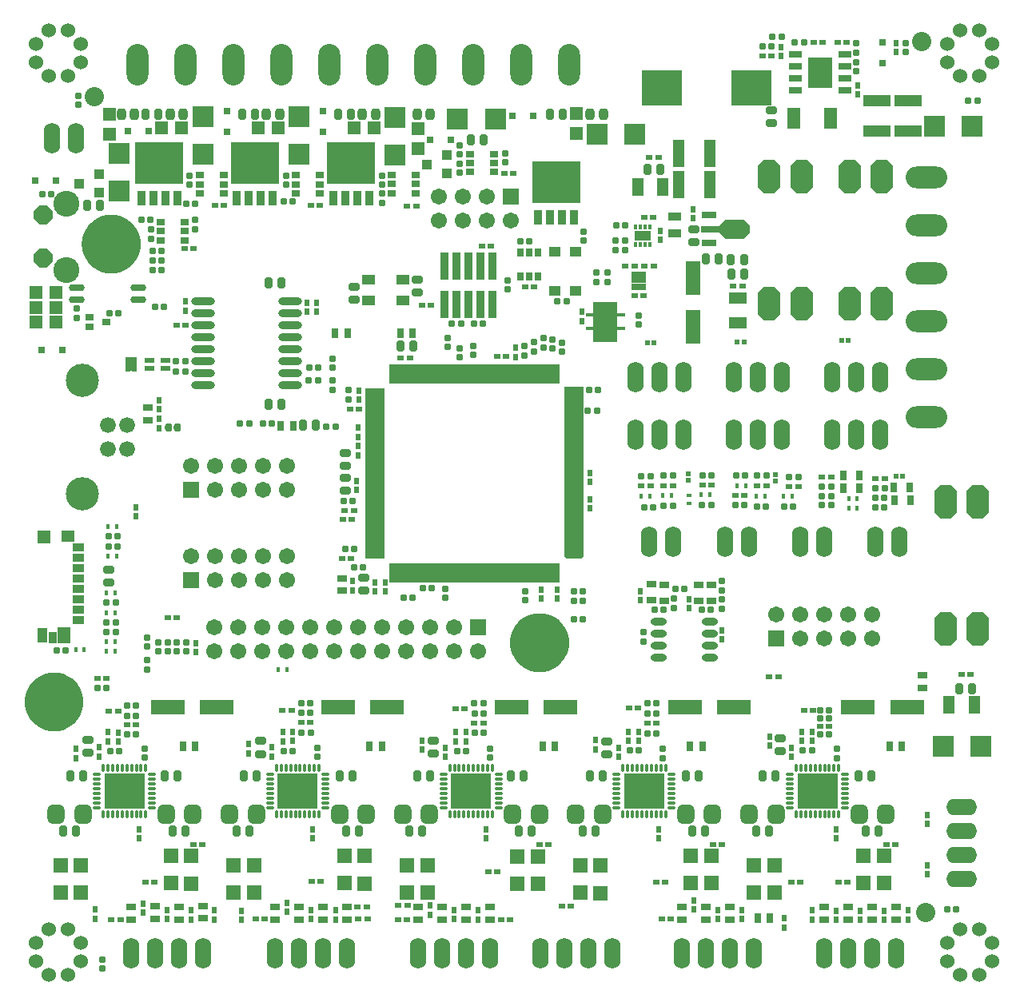
<source format=gts>
G04*
G04 #@! TF.GenerationSoftware,Altium Limited,Altium Designer,18.1.7 (191)*
G04*
G04 Layer_Color=8388736*
%FSLAX25Y25*%
%MOIN*%
G70*
G01*
G75*
%ADD110C,0.12205*%
%ADD111R,0.10400X0.16800*%
%ADD112R,0.06312X0.03162*%
%ADD113R,0.07887X0.03162*%
G04:AMPARAMS|DCode=114|XSize=26mil|YSize=28mil|CornerRadius=6.4mil|HoleSize=0mil|Usage=FLASHONLY|Rotation=270.000|XOffset=0mil|YOffset=0mil|HoleType=Round|Shape=RoundedRectangle|*
%AMROUNDEDRECTD114*
21,1,0.02600,0.01520,0,0,270.0*
21,1,0.01320,0.02800,0,0,270.0*
1,1,0.01280,-0.00760,-0.00660*
1,1,0.01280,-0.00760,0.00660*
1,1,0.01280,0.00760,0.00660*
1,1,0.01280,0.00760,-0.00660*
%
%ADD114ROUNDEDRECTD114*%
%ADD115O,0.01384X0.03747*%
%ADD116O,0.03747X0.01384*%
%ADD117R,0.16542X0.14573*%
%ADD118R,0.03600X0.06400*%
%ADD119R,0.20500X0.17800*%
%ADD120R,0.02054X0.02054*%
G04:AMPARAMS|DCode=121|XSize=26mil|YSize=28mil|CornerRadius=6.4mil|HoleSize=0mil|Usage=FLASHONLY|Rotation=180.000|XOffset=0mil|YOffset=0mil|HoleType=Round|Shape=RoundedRectangle|*
%AMROUNDEDRECTD121*
21,1,0.02600,0.01520,0,0,180.0*
21,1,0.01320,0.02800,0,0,180.0*
1,1,0.01280,-0.00660,0.00760*
1,1,0.01280,0.00660,0.00760*
1,1,0.01280,0.00660,-0.00760*
1,1,0.01280,-0.00660,-0.00760*
%
%ADD121ROUNDEDRECTD121*%
%ADD122R,0.02054X0.02054*%
%ADD123R,0.01975X0.01581*%
%ADD124R,0.04737X0.03556*%
%ADD125R,0.05524X0.04934*%
%ADD126R,0.05524X0.05328*%
%ADD127R,0.05524X0.06509*%
%ADD128R,0.03531X0.04737*%
%ADD129R,0.04343X0.06312*%
%ADD130R,0.08700X0.08700*%
%ADD131R,0.06312X0.14186*%
%ADD132R,0.04540X0.11430*%
%ADD133R,0.06699X0.03943*%
%ADD134R,0.01384X0.02368*%
G04:AMPARAMS|DCode=135|XSize=33.13mil|YSize=43.37mil|CornerRadius=7.83mil|HoleSize=0mil|Usage=FLASHONLY|Rotation=90.000|XOffset=0mil|YOffset=0mil|HoleType=Round|Shape=RoundedRectangle|*
%AMROUNDEDRECTD135*
21,1,0.03313,0.02772,0,0,90.0*
21,1,0.01748,0.04337,0,0,90.0*
1,1,0.01565,0.01386,0.00874*
1,1,0.01565,0.01386,-0.00874*
1,1,0.01565,-0.01386,-0.00874*
1,1,0.01565,-0.01386,0.00874*
%
%ADD135ROUNDEDRECTD135*%
G04:AMPARAMS|DCode=136|XSize=33.13mil|YSize=43.37mil|CornerRadius=7.83mil|HoleSize=0mil|Usage=FLASHONLY|Rotation=0.000|XOffset=0mil|YOffset=0mil|HoleType=Round|Shape=RoundedRectangle|*
%AMROUNDEDRECTD136*
21,1,0.03313,0.02772,0,0,0.0*
21,1,0.01748,0.04337,0,0,0.0*
1,1,0.01565,0.00874,-0.01386*
1,1,0.01565,-0.00874,-0.01386*
1,1,0.01565,-0.00874,0.01386*
1,1,0.01565,0.00874,0.01386*
%
%ADD136ROUNDEDRECTD136*%
%ADD137R,0.11430X0.04540*%
%ADD138R,0.03162X0.03950*%
%ADD139R,0.03950X0.03162*%
%ADD140R,0.03038X0.03865*%
%ADD141R,0.14186X0.06312*%
G04:AMPARAMS|DCode=142|XSize=71mil|YSize=79mil|CornerRadius=19.75mil|HoleSize=0mil|Usage=FLASHONLY|Rotation=0.000|XOffset=0mil|YOffset=0mil|HoleType=Round|Shape=RoundedRectangle|*
%AMROUNDEDRECTD142*
21,1,0.07100,0.03950,0,0,0.0*
21,1,0.03150,0.07900,0,0,0.0*
1,1,0.03950,0.01575,-0.01975*
1,1,0.03950,-0.01575,-0.01975*
1,1,0.03950,-0.01575,0.01975*
1,1,0.03950,0.01575,0.01975*
%
%ADD142ROUNDEDRECTD142*%
%ADD143R,0.05918X0.06312*%
%ADD144R,0.03865X0.03038*%
%ADD145R,0.02800X0.02800*%
%ADD146R,0.04400X0.04000*%
%ADD147R,0.02800X0.02800*%
%ADD148R,0.02762X0.03747*%
%ADD149R,0.03747X0.02762*%
%ADD150R,0.05131X0.07493*%
G04:AMPARAMS|DCode=151|XSize=80mil|YSize=80mil|CornerRadius=40mil|HoleSize=0mil|Usage=FLASHONLY|Rotation=270.000|XOffset=0mil|YOffset=0mil|HoleType=Round|Shape=RoundedRectangle|*
%AMROUNDEDRECTD151*
21,1,0.08000,0.00000,0,0,270.0*
21,1,0.00000,0.08000,0,0,270.0*
1,1,0.08000,0.00000,0.00000*
1,1,0.08000,0.00000,0.00000*
1,1,0.08000,0.00000,0.00000*
1,1,0.08000,0.00000,0.00000*
%
%ADD151ROUNDEDRECTD151*%
G04:AMPARAMS|DCode=152|XSize=80mil|YSize=80mil|CornerRadius=40mil|HoleSize=0mil|Usage=FLASHONLY|Rotation=0.000|XOffset=0mil|YOffset=0mil|HoleType=Round|Shape=RoundedRectangle|*
%AMROUNDEDRECTD152*
21,1,0.08000,0.00000,0,0,0.0*
21,1,0.00000,0.08000,0,0,0.0*
1,1,0.08000,0.00000,0.00000*
1,1,0.08000,0.00000,0.00000*
1,1,0.08000,0.00000,0.00000*
1,1,0.08000,0.00000,0.00000*
%
%ADD152ROUNDEDRECTD152*%
G04:AMPARAMS|DCode=153|XSize=37.13mil|YSize=47.37mil|CornerRadius=9.83mil|HoleSize=0mil|Usage=FLASHONLY|Rotation=0.000|XOffset=0mil|YOffset=0mil|HoleType=Round|Shape=RoundedRectangle|*
%AMROUNDEDRECTD153*
21,1,0.03713,0.02772,0,0,0.0*
21,1,0.01748,0.04737,0,0,0.0*
1,1,0.01965,0.00874,-0.01386*
1,1,0.01965,-0.00874,-0.01386*
1,1,0.01965,-0.00874,0.01386*
1,1,0.01965,0.00874,0.01386*
%
%ADD153ROUNDEDRECTD153*%
%ADD154R,0.07493X0.05131*%
%ADD155R,0.01581X0.01975*%
%ADD156R,0.05600X0.05600*%
%ADD157R,0.05600X0.05600*%
%ADD158R,0.08700X0.08700*%
%ADD159O,0.06706X0.03162*%
G04:AMPARAMS|DCode=160|XSize=30mil|YSize=32mil|CornerRadius=8.4mil|HoleSize=0mil|Usage=FLASHONLY|Rotation=180.000|XOffset=0mil|YOffset=0mil|HoleType=Round|Shape=RoundedRectangle|*
%AMROUNDEDRECTD160*
21,1,0.03000,0.01520,0,0,180.0*
21,1,0.01320,0.03200,0,0,180.0*
1,1,0.01680,-0.00660,0.00760*
1,1,0.01680,0.00660,0.00760*
1,1,0.01680,0.00660,-0.00760*
1,1,0.01680,-0.00660,-0.00760*
%
%ADD160ROUNDEDRECTD160*%
%ADD161R,0.03753X0.11824*%
%ADD162R,0.02126X0.02598*%
%ADD163R,0.06063X0.02451*%
%ADD164O,0.07887X0.01781*%
%ADD165O,0.01781X0.07887*%
%ADD166R,0.05524X0.04343*%
%ADD167O,0.09855X0.03162*%
%ADD168R,0.04737X0.04343*%
%ADD169R,0.03943X0.01975*%
%ADD170R,0.02080X0.01863*%
%ADD171R,0.08400X0.08400*%
%ADD172O,0.03550X0.01502*%
%ADD173O,0.01502X0.03550*%
%ADD174R,0.03550X0.02565*%
%ADD175O,0.06509X0.02965*%
%ADD176R,0.05400X0.08700*%
%ADD177R,0.16942X0.14580*%
%ADD178R,0.05721X0.02965*%
%ADD179R,0.10249X0.13005*%
%ADD180R,0.05321X0.03550*%
%ADD181C,0.06000*%
%ADD182R,0.02368X0.02565*%
%ADD183R,0.02565X0.02368*%
%ADD184O,0.06800X0.12800*%
%ADD185O,0.12800X0.06800*%
%ADD186C,0.06706*%
%ADD187R,0.06706X0.06706*%
G04:AMPARAMS|DCode=188|XSize=141mil|YSize=91mil|CornerRadius=0mil|HoleSize=0mil|Usage=FLASHONLY|Rotation=90.000|XOffset=0mil|YOffset=0mil|HoleType=Round|Shape=Octagon|*
%AMOCTAGOND188*
4,1,8,0.02275,0.07050,-0.02275,0.07050,-0.04550,0.04775,-0.04550,-0.04775,-0.02275,-0.07050,0.02275,-0.07050,0.04550,-0.04775,0.04550,0.04775,0.02275,0.07050,0.0*
%
%ADD188OCTAGOND188*%

%ADD189O,0.17300X0.09050*%
%ADD190O,0.09050X0.17300*%
%ADD191C,0.10800*%
%ADD192P,0.08443X8X292.5*%
%ADD193C,0.13850*%
%ADD194C,0.06600*%
%ADD195C,0.01000*%
G36*
X-44725Y184823D02*
X-44687Y184812D01*
X-44652Y184793D01*
X-44622Y184768D01*
X-42063Y182209D01*
X-42038Y182179D01*
X-42019Y182144D01*
X-42008Y182106D01*
X-42004Y182067D01*
Y179705D01*
X-42008Y179666D01*
X-42019Y179628D01*
X-42038Y179593D01*
X-42063Y179563D01*
X-44622Y177004D01*
X-44652Y176979D01*
X-44687Y176960D01*
X-44725Y176949D01*
X-44764Y176945D01*
X-52244D01*
X-52283Y176949D01*
X-52321Y176960D01*
X-52356Y176979D01*
X-52386Y177004D01*
X-54965Y179582D01*
X-54965Y179582D01*
X-54976Y179596D01*
X-54990Y179613D01*
X-55002Y179635D01*
X-55009Y179648D01*
X-55020Y179685D01*
X-55024Y179724D01*
X-55024Y179725D01*
Y182047D01*
X-55020Y182086D01*
X-55009Y182124D01*
X-54990Y182159D01*
X-54965Y182189D01*
X-52386Y184768D01*
X-52386Y184768D01*
X-52369Y184782D01*
X-52356Y184793D01*
X-52321Y184812D01*
X-52283Y184823D01*
X-52244Y184827D01*
X-44764D01*
X-44725Y184823D01*
D02*
G37*
G36*
X-297867Y121640D02*
X-302572D01*
X-302571Y121640D01*
X-302572D01*
Y127431D01*
X-297867D01*
Y121640D01*
D02*
G37*
G36*
X-121547Y116535D02*
X-192431Y116535D01*
X-192431Y124508D01*
X-121566D01*
X-121547Y116535D01*
D02*
G37*
G36*
X-111417Y44134D02*
X-113347D01*
X-119587Y44119D01*
X-119587Y115000D01*
X-111417Y115000D01*
Y44134D01*
D02*
G37*
G36*
X-194488Y43531D02*
X-202658Y43531D01*
Y114396D01*
X-194488Y114415D01*
X-194488Y43531D01*
D02*
G37*
G36*
X-121569Y41535D02*
X-121569Y33465D01*
X-192434D01*
X-192453Y41535D01*
X-121569Y41535D01*
D02*
G37*
G54D110*
X-326354Y-16183D02*
X-326437Y-15178D01*
X-326684Y-14201D01*
X-327089Y-13278D01*
X-327641Y-12434D01*
X-328323Y-11693D01*
X-329118Y-11074D01*
X-330005Y-10594D01*
X-330958Y-10267D01*
X-331952Y-10101D01*
X-332960D01*
X-333954Y-10267D01*
X-334908Y-10594D01*
X-335794Y-11074D01*
X-336589Y-11693D01*
X-337272Y-12434D01*
X-337823Y-13278D01*
X-338228Y-14201D01*
X-338475Y-15178D01*
X-338559Y-16183D01*
X-338475Y-17187D01*
X-338228Y-18164D01*
X-337823Y-19087D01*
X-337272Y-19931D01*
X-336589Y-20672D01*
X-335794Y-21291D01*
X-334908Y-21771D01*
X-333954Y-22098D01*
X-332960Y-22264D01*
X-331952D01*
X-330958Y-22098D01*
X-330005Y-21771D01*
X-329118Y-21291D01*
X-328323Y-20672D01*
X-327641Y-19931D01*
X-327089Y-19087D01*
X-326684Y-18164D01*
X-326437Y-17187D01*
X-326354Y-16183D01*
X-123898Y8552D02*
X-123981Y9556D01*
X-124228Y10533D01*
X-124633Y11456D01*
X-125184Y12300D01*
X-125867Y13042D01*
X-126662Y13661D01*
X-127549Y14140D01*
X-128502Y14468D01*
X-129496Y14633D01*
X-130504D01*
X-131498Y14468D01*
X-132451Y14140D01*
X-133338Y13661D01*
X-134133Y13042D01*
X-134816Y12300D01*
X-135367Y11456D01*
X-135772Y10533D01*
X-136019Y9556D01*
X-136102Y8552D01*
X-136019Y7547D01*
X-135772Y6571D01*
X-135367Y5647D01*
X-134816Y4804D01*
X-134133Y4062D01*
X-133338Y3443D01*
X-132451Y2963D01*
X-131498Y2636D01*
X-130504Y2470D01*
X-129496D01*
X-128502Y2636D01*
X-127549Y2963D01*
X-126662Y3443D01*
X-125867Y4062D01*
X-125184Y4804D01*
X-124633Y5647D01*
X-124228Y6571D01*
X-123981Y7547D01*
X-123898Y8552D01*
X-302498Y174752D02*
X-302581Y175756D01*
X-302828Y176733D01*
X-303233Y177656D01*
X-303784Y178500D01*
X-304467Y179242D01*
X-305262Y179861D01*
X-306149Y180340D01*
X-307102Y180667D01*
X-308096Y180833D01*
X-309104D01*
X-310098Y180667D01*
X-311051Y180340D01*
X-311938Y179861D01*
X-312733Y179242D01*
X-313416Y178500D01*
X-313967Y177656D01*
X-314372Y176733D01*
X-314619Y175756D01*
X-314702Y174752D01*
X-314619Y173748D01*
X-314372Y172771D01*
X-313967Y171847D01*
X-313416Y171004D01*
X-312733Y170262D01*
X-311938Y169643D01*
X-311051Y169164D01*
X-310098Y168836D01*
X-309104Y168670D01*
X-308096D01*
X-307102Y168836D01*
X-306149Y169164D01*
X-305262Y169643D01*
X-304467Y170262D01*
X-303784Y171004D01*
X-303233Y171847D01*
X-302828Y172771D01*
X-302581Y173748D01*
X-302498Y174752D01*
G54D111*
X-102391Y142303D02*
D03*
G54D112*
X-59134Y186791D02*
D03*
Y174980D02*
D03*
G54D113*
X-58346Y180886D02*
D03*
G54D114*
X-120400Y133590D02*
D03*
Y129800D02*
D03*
X-86639Y8894D02*
D03*
Y12684D02*
D03*
X-293484Y6643D02*
D03*
Y10433D02*
D03*
X-284933Y4752D02*
D03*
Y8542D02*
D03*
X-169311Y27175D02*
D03*
Y30965D02*
D03*
X-281067Y4752D02*
D03*
Y8542D02*
D03*
X-277200Y4752D02*
D03*
Y8542D02*
D03*
X-288800Y8552D02*
D03*
Y4762D02*
D03*
X-132100Y133700D02*
D03*
Y129910D02*
D03*
X-124500Y131100D02*
D03*
Y134890D02*
D03*
X-128200Y135400D02*
D03*
Y131610D02*
D03*
X-135807Y29932D02*
D03*
Y26142D02*
D03*
X-163071Y131113D02*
D03*
Y127323D02*
D03*
X-157625Y132139D02*
D03*
Y128349D02*
D03*
X-53817Y26422D02*
D03*
Y22633D02*
D03*
X-322100Y236452D02*
D03*
Y232662D02*
D03*
X-312000Y-127648D02*
D03*
Y-123858D02*
D03*
X22913Y258447D02*
D03*
Y254658D02*
D03*
X-136100Y128300D02*
D03*
Y132090D02*
D03*
X-275699Y199366D02*
D03*
Y203155D02*
D03*
X-209500Y109852D02*
D03*
Y113642D02*
D03*
X-216000Y123152D02*
D03*
Y126942D02*
D03*
Y117652D02*
D03*
Y113862D02*
D03*
X-273400Y180952D02*
D03*
Y184742D02*
D03*
X-291900Y180652D02*
D03*
Y176862D02*
D03*
X-106181Y158907D02*
D03*
Y162697D02*
D03*
X-195500Y195652D02*
D03*
Y191862D02*
D03*
X-88600Y141152D02*
D03*
Y144942D02*
D03*
X-163100Y212152D02*
D03*
Y215942D02*
D03*
X-163000Y208152D02*
D03*
Y204362D02*
D03*
X-144100Y208652D02*
D03*
Y212442D02*
D03*
X-235598Y199458D02*
D03*
Y203248D02*
D03*
X-195600Y199452D02*
D03*
Y203242D02*
D03*
X-111400Y179952D02*
D03*
Y176162D02*
D03*
X-101457Y158907D02*
D03*
Y162697D02*
D03*
X-143048Y159606D02*
D03*
Y155817D02*
D03*
X-168091Y135542D02*
D03*
Y131752D02*
D03*
X-73848Y26664D02*
D03*
Y22874D02*
D03*
X-78374Y-36013D02*
D03*
Y-39803D02*
D03*
X-53839Y34085D02*
D03*
Y30295D02*
D03*
X-5933Y-35915D02*
D03*
Y-39705D02*
D03*
X-294516Y-35718D02*
D03*
Y-39508D02*
D03*
X-222468Y-35521D02*
D03*
Y-39311D02*
D03*
X-150421Y-35797D02*
D03*
Y-39587D02*
D03*
X-293484Y-2707D02*
D03*
Y1083D02*
D03*
X-322933Y143931D02*
D03*
Y147720D02*
D03*
X2335Y246770D02*
D03*
Y250560D02*
D03*
Y254570D02*
D03*
Y258360D02*
D03*
X-98063Y176093D02*
D03*
Y172303D02*
D03*
X-94028Y172293D02*
D03*
Y176083D02*
D03*
G54D115*
X-311774Y-63051D02*
D03*
X-309805D02*
D03*
X-307837D02*
D03*
X-305869D02*
D03*
X-303900D02*
D03*
X-301932D02*
D03*
X-299963D02*
D03*
X-297994D02*
D03*
X-296026D02*
D03*
X-294057D02*
D03*
Y-43917D02*
D03*
X-296026D02*
D03*
X-297994D02*
D03*
X-299963D02*
D03*
X-301932D02*
D03*
X-303900D02*
D03*
X-305869D02*
D03*
X-307837D02*
D03*
X-309805D02*
D03*
X-311774D02*
D03*
X-95042D02*
D03*
X-93073D02*
D03*
X-91105D02*
D03*
X-89136D02*
D03*
X-87168D02*
D03*
X-85199D02*
D03*
X-83231D02*
D03*
X-81262D02*
D03*
X-79294D02*
D03*
X-77325D02*
D03*
Y-63051D02*
D03*
X-79294D02*
D03*
X-81262D02*
D03*
X-83231D02*
D03*
X-85199D02*
D03*
X-87168D02*
D03*
X-89136D02*
D03*
X-91105D02*
D03*
X-93073D02*
D03*
X-95042D02*
D03*
X-22798D02*
D03*
X-20829D02*
D03*
X-18861D02*
D03*
X-16892D02*
D03*
X-14924D02*
D03*
X-12955D02*
D03*
X-10987D02*
D03*
X-9018D02*
D03*
X-7050D02*
D03*
X-5081D02*
D03*
Y-43917D02*
D03*
X-7050D02*
D03*
X-9018D02*
D03*
X-10987D02*
D03*
X-12955D02*
D03*
X-14924D02*
D03*
X-16892D02*
D03*
X-18861D02*
D03*
X-20829D02*
D03*
X-22798D02*
D03*
X-239530D02*
D03*
X-237561D02*
D03*
X-235593D02*
D03*
X-233624D02*
D03*
X-231656D02*
D03*
X-229687D02*
D03*
X-227719D02*
D03*
X-225750D02*
D03*
X-223782D02*
D03*
X-221813D02*
D03*
Y-63051D02*
D03*
X-223782D02*
D03*
X-225750D02*
D03*
X-227719D02*
D03*
X-229687D02*
D03*
X-231656D02*
D03*
X-233624D02*
D03*
X-235593D02*
D03*
X-237561D02*
D03*
X-239530D02*
D03*
X-167286D02*
D03*
X-165317D02*
D03*
X-163349D02*
D03*
X-161380D02*
D03*
X-159412D02*
D03*
X-157443D02*
D03*
X-155475D02*
D03*
X-153506D02*
D03*
X-151538D02*
D03*
X-149569D02*
D03*
Y-43917D02*
D03*
X-151538D02*
D03*
X-153506D02*
D03*
X-155475D02*
D03*
X-157443D02*
D03*
X-159412D02*
D03*
X-161380D02*
D03*
X-163349D02*
D03*
X-165317D02*
D03*
X-167286D02*
D03*
G54D116*
X-291400Y-60374D02*
D03*
Y-58405D02*
D03*
Y-56437D02*
D03*
Y-54468D02*
D03*
Y-52500D02*
D03*
Y-50531D02*
D03*
Y-48563D02*
D03*
Y-46594D02*
D03*
X-314432D02*
D03*
Y-48563D02*
D03*
Y-50531D02*
D03*
Y-52500D02*
D03*
Y-54468D02*
D03*
Y-56437D02*
D03*
Y-58405D02*
D03*
Y-60374D02*
D03*
X-97699D02*
D03*
Y-58405D02*
D03*
Y-56437D02*
D03*
Y-54468D02*
D03*
Y-52500D02*
D03*
Y-50531D02*
D03*
Y-48563D02*
D03*
Y-46594D02*
D03*
X-74668D02*
D03*
Y-48563D02*
D03*
Y-50531D02*
D03*
Y-52500D02*
D03*
Y-54468D02*
D03*
Y-56437D02*
D03*
Y-58405D02*
D03*
Y-60374D02*
D03*
X-2424D02*
D03*
Y-58405D02*
D03*
Y-56437D02*
D03*
Y-54468D02*
D03*
Y-52500D02*
D03*
Y-50531D02*
D03*
Y-48563D02*
D03*
Y-46594D02*
D03*
X-25455D02*
D03*
Y-48563D02*
D03*
Y-50531D02*
D03*
Y-52500D02*
D03*
Y-54468D02*
D03*
Y-56437D02*
D03*
Y-58405D02*
D03*
Y-60374D02*
D03*
X-242187D02*
D03*
Y-58405D02*
D03*
Y-56437D02*
D03*
Y-54468D02*
D03*
Y-52500D02*
D03*
Y-50531D02*
D03*
Y-48563D02*
D03*
Y-46594D02*
D03*
X-219156D02*
D03*
Y-48563D02*
D03*
Y-50531D02*
D03*
Y-52500D02*
D03*
Y-54468D02*
D03*
Y-56437D02*
D03*
Y-58405D02*
D03*
Y-60374D02*
D03*
X-146912D02*
D03*
Y-58405D02*
D03*
Y-56437D02*
D03*
Y-54468D02*
D03*
Y-52500D02*
D03*
Y-50531D02*
D03*
Y-48563D02*
D03*
Y-46594D02*
D03*
X-169943D02*
D03*
Y-48563D02*
D03*
Y-50531D02*
D03*
Y-52500D02*
D03*
Y-54468D02*
D03*
Y-56437D02*
D03*
Y-58405D02*
D03*
Y-60374D02*
D03*
G54D117*
X-302916Y-53484D02*
D03*
X-86184D02*
D03*
X-13939D02*
D03*
X-230672D02*
D03*
X-158428D02*
D03*
G54D118*
X-130350Y185915D02*
D03*
X-125350D02*
D03*
X-120350D02*
D03*
X-115350D02*
D03*
X-200900Y193915D02*
D03*
X-205900D02*
D03*
X-210900D02*
D03*
X-215900D02*
D03*
X-256000D02*
D03*
X-251000D02*
D03*
X-246000D02*
D03*
X-241000D02*
D03*
X-280850D02*
D03*
X-285850D02*
D03*
X-290850D02*
D03*
X-295850D02*
D03*
G54D119*
X-122850Y200354D02*
D03*
X-208400Y208354D02*
D03*
X-248500D02*
D03*
X-288350D02*
D03*
G54D120*
X-47370Y133858D02*
D03*
X-44614D02*
D03*
X-84870Y133366D02*
D03*
X-82114D02*
D03*
X-1012Y134449D02*
D03*
X-3768D02*
D03*
X21654Y77953D02*
D03*
X18898D02*
D03*
G54D121*
X-207009Y47450D02*
D03*
X-210798D02*
D03*
X-9053Y-29744D02*
D03*
X-12843D02*
D03*
X-105500Y113652D02*
D03*
X-109290D02*
D03*
X-207700Y67500D02*
D03*
X-211490D02*
D03*
X-254700Y99652D02*
D03*
X-250910D02*
D03*
X-182765Y27106D02*
D03*
X-186555D02*
D03*
X-241500Y99652D02*
D03*
X-245290D02*
D03*
X-109676Y105118D02*
D03*
X-105886D02*
D03*
X-174793Y31240D02*
D03*
X-178583D02*
D03*
X-9053Y-23051D02*
D03*
X-12843D02*
D03*
X-115485Y25677D02*
D03*
X-111695D02*
D03*
X-111686Y29651D02*
D03*
X-115476D02*
D03*
X-115505Y18198D02*
D03*
X-111715D02*
D03*
X-333336Y195571D02*
D03*
X-337126D02*
D03*
X52758Y234315D02*
D03*
X48968D02*
D03*
X43800Y-102948D02*
D03*
X40010D02*
D03*
X-58194Y78140D02*
D03*
X-61984D02*
D03*
X-69448Y30774D02*
D03*
X-73238D02*
D03*
X-122400Y150652D02*
D03*
X-118610D02*
D03*
X-207195Y39665D02*
D03*
X-203405D02*
D03*
X-309500Y52700D02*
D03*
X-305710D02*
D03*
X-309500Y48600D02*
D03*
X-305710D02*
D03*
X-310399Y25000D02*
D03*
X-306609D02*
D03*
X-306600Y12800D02*
D03*
X-310390D02*
D03*
X-306600Y16800D02*
D03*
X-310390D02*
D03*
X-47905Y78111D02*
D03*
X-44115D02*
D03*
X-291186Y163846D02*
D03*
X-287396D02*
D03*
X-291184Y167952D02*
D03*
X-287395D02*
D03*
X-236644Y192618D02*
D03*
X-232854D02*
D03*
X-277297Y191344D02*
D03*
X-273507D02*
D03*
X-287367Y171942D02*
D03*
X-291157D02*
D03*
X-281400Y121552D02*
D03*
X-277610D02*
D03*
X-281400Y125952D02*
D03*
X-277610D02*
D03*
X-225900Y123252D02*
D03*
X-222110D02*
D03*
X-226000Y117752D02*
D03*
X-222210D02*
D03*
X-214900Y98552D02*
D03*
X-218690D02*
D03*
X-134000Y175852D02*
D03*
X-137790D02*
D03*
X-74273Y65433D02*
D03*
X-78063D02*
D03*
X-74252Y78012D02*
D03*
X-78042D02*
D03*
X-82425Y64855D02*
D03*
X-86214D02*
D03*
X-295800Y184852D02*
D03*
X-292010D02*
D03*
X-35364Y65298D02*
D03*
X-39154D02*
D03*
X-48258Y65650D02*
D03*
X-44469D02*
D03*
X-58206Y65767D02*
D03*
X-61996D02*
D03*
X-308900Y-36800D02*
D03*
X-305110D02*
D03*
X-298000Y-22100D02*
D03*
X-301790D02*
D03*
X-157000Y-17000D02*
D03*
X-153210D02*
D03*
X-229200Y-16900D02*
D03*
X-225410D02*
D03*
X-310529Y-10453D02*
D03*
X-314319D02*
D03*
X-331231Y5118D02*
D03*
X-327441D02*
D03*
X-301800Y-18000D02*
D03*
X-298010D02*
D03*
X-83627Y77806D02*
D03*
X-87417D02*
D03*
X-157200Y141552D02*
D03*
X-153410D02*
D03*
X-162600Y141452D02*
D03*
X-166390D02*
D03*
X-78048Y22122D02*
D03*
X-81838D02*
D03*
X-84800Y-17000D02*
D03*
X-81010D02*
D03*
X-81000Y-21200D02*
D03*
X-84790D02*
D03*
X-81000Y-29400D02*
D03*
X-84790D02*
D03*
X-92300Y-36600D02*
D03*
X-88510D02*
D03*
X-21948Y77468D02*
D03*
X-25738D02*
D03*
X-24058Y65300D02*
D03*
X-27848D02*
D03*
X-58533Y22146D02*
D03*
X-62323D02*
D03*
X-12853Y-19705D02*
D03*
X-9063D02*
D03*
X-12058Y69587D02*
D03*
X-8268D02*
D03*
X-8238Y73425D02*
D03*
X-12028D02*
D03*
X-12038Y65650D02*
D03*
X-8248D02*
D03*
X10206Y68701D02*
D03*
X13996D02*
D03*
X14006Y72638D02*
D03*
X10216D02*
D03*
X10206Y64665D02*
D03*
X13996D02*
D03*
X-20100Y-36600D02*
D03*
X-16310D02*
D03*
X-298000Y-30000D02*
D03*
X-301790D02*
D03*
X-225400Y-21000D02*
D03*
X-229190D02*
D03*
X-225300Y-29100D02*
D03*
X-229090D02*
D03*
X-236600Y-36700D02*
D03*
X-232810D02*
D03*
X-153200Y-21100D02*
D03*
X-156990D02*
D03*
X-153100Y-29200D02*
D03*
X-156890D02*
D03*
X-164300Y-36700D02*
D03*
X-160510D02*
D03*
X-305344Y145666D02*
D03*
X-309134D02*
D03*
X-290186Y148516D02*
D03*
X-286397D02*
D03*
X-35326Y78074D02*
D03*
X-39116D02*
D03*
X-23435Y258937D02*
D03*
X-19646D02*
D03*
X-28986Y261102D02*
D03*
X-32776D02*
D03*
X-33065Y257070D02*
D03*
X-36855D02*
D03*
X-97817Y182461D02*
D03*
X-94028D02*
D03*
G54D122*
X-31496Y78543D02*
D03*
Y75787D02*
D03*
X-67716Y78740D02*
D03*
Y75984D02*
D03*
G54D123*
X-67421Y66339D02*
D03*
Y69882D02*
D03*
G54D124*
X-322310Y48209D02*
D03*
Y43879D02*
D03*
Y39548D02*
D03*
Y35217D02*
D03*
Y30887D02*
D03*
Y26556D02*
D03*
Y22225D02*
D03*
Y17894D02*
D03*
G54D125*
X-326444Y52639D02*
D03*
G54D126*
X-336641Y52442D02*
D03*
G54D127*
X-328176Y11497D02*
D03*
G54D128*
X-332704Y10611D02*
D03*
G54D129*
X-337231Y11398D02*
D03*
G54D130*
X50636Y223799D02*
D03*
X34862D02*
D03*
X-164100Y226652D02*
D03*
X-148326D02*
D03*
X54132Y-34764D02*
D03*
X38358D02*
D03*
X-105800Y220552D02*
D03*
X-90026D02*
D03*
G54D131*
X-65800Y160588D02*
D03*
Y140116D02*
D03*
G54D132*
X-71780Y199488D02*
D03*
X-58984D02*
D03*
X-71780Y212579D02*
D03*
X-58984D02*
D03*
G54D133*
X-86941Y178130D02*
D03*
G54D134*
X-83988Y181870D02*
D03*
X-89894Y174390D02*
D03*
X-87925D02*
D03*
X-85957D02*
D03*
X-83988D02*
D03*
X-89894Y181870D02*
D03*
X-87925D02*
D03*
X-85957D02*
D03*
G54D135*
X-65630Y180709D02*
D03*
Y175354D02*
D03*
X-33295Y225059D02*
D03*
Y230413D02*
D03*
X-101833Y-38071D02*
D03*
Y-32717D02*
D03*
X-174035Y-37972D02*
D03*
Y-32618D02*
D03*
X-246287Y-38032D02*
D03*
Y-32677D02*
D03*
X-29358Y-31594D02*
D03*
Y-36949D02*
D03*
X-203200Y35577D02*
D03*
Y30223D02*
D03*
X-207213Y151437D02*
D03*
Y156791D02*
D03*
X-180702Y154421D02*
D03*
Y159776D02*
D03*
X-309600Y38877D02*
D03*
Y33523D02*
D03*
X-210900Y87377D02*
D03*
Y82023D02*
D03*
X-318236Y-37638D02*
D03*
Y-32283D02*
D03*
X-210900Y77277D02*
D03*
Y71923D02*
D03*
G54D136*
X-44646Y168287D02*
D03*
X-50000D02*
D03*
X-55079Y168386D02*
D03*
X-60433D02*
D03*
X-63394Y-47165D02*
D03*
X-68748D02*
D03*
X-180847Y-47303D02*
D03*
X-175492D02*
D03*
X-136366Y-47328D02*
D03*
X-141721D02*
D03*
X-178683Y-70236D02*
D03*
X-184038D02*
D03*
X-253189Y-47205D02*
D03*
X-247835D02*
D03*
X-207882Y-47165D02*
D03*
X-213236D02*
D03*
X-250894Y-70197D02*
D03*
X-256248D02*
D03*
X-210571Y-70236D02*
D03*
X-205217D02*
D03*
X11474Y-70236D02*
D03*
X6120D02*
D03*
X-39550D02*
D03*
X-34195D02*
D03*
X-237423Y107752D02*
D03*
X-242777D02*
D03*
Y158352D02*
D03*
X-237423D02*
D03*
X-84777Y205676D02*
D03*
X-79423D02*
D03*
X-182612Y132007D02*
D03*
X-187966D02*
D03*
X-223029Y99200D02*
D03*
X-228383D02*
D03*
X-44523Y162287D02*
D03*
X-49877D02*
D03*
X50658Y-10796D02*
D03*
X45303D02*
D03*
X-318377Y190952D02*
D03*
X-313023D02*
D03*
X-153023Y218052D02*
D03*
X-158377D02*
D03*
X-288723Y228952D02*
D03*
X-294077D02*
D03*
X-248523D02*
D03*
X-253877D02*
D03*
X-213777Y228952D02*
D03*
X-208423D02*
D03*
X-108701Y-47205D02*
D03*
X-103347D02*
D03*
X-106439Y-70236D02*
D03*
X-111794D02*
D03*
X-66124D02*
D03*
X-60770D02*
D03*
X8653Y-47264D02*
D03*
X3299D02*
D03*
X-36777Y-47300D02*
D03*
X-31423D02*
D03*
X-280697Y-47362D02*
D03*
X-286051D02*
D03*
X-325433Y-47205D02*
D03*
X-320079D02*
D03*
X-323138Y-70197D02*
D03*
X-328492D02*
D03*
X-282823D02*
D03*
X-277468D02*
D03*
X-138368Y-70236D02*
D03*
X-133014D02*
D03*
X-120223Y228951D02*
D03*
X-125577D02*
D03*
G54D137*
X10898Y234527D02*
D03*
Y221732D02*
D03*
X23988Y234527D02*
D03*
Y221732D02*
D03*
G54D138*
X24700Y67665D02*
D03*
X18007D02*
D03*
X17950Y73303D02*
D03*
X24643D02*
D03*
X3445Y72933D02*
D03*
X-3248D02*
D03*
X-3150Y78248D02*
D03*
X3543D02*
D03*
G54D139*
X-58048Y32446D02*
D03*
Y25754D02*
D03*
X-63348Y25754D02*
D03*
Y32447D02*
D03*
X-83248Y26028D02*
D03*
Y32720D02*
D03*
X-77848Y32620D02*
D03*
Y25927D02*
D03*
G54D140*
X-67114Y-34862D02*
D03*
X-61878D02*
D03*
X-200776Y-34961D02*
D03*
X-195539D02*
D03*
X-278630Y-34862D02*
D03*
X-273394D02*
D03*
X-182682Y137352D02*
D03*
X-187918D02*
D03*
X-38965Y-106417D02*
D03*
X-33728D02*
D03*
X-209895Y137345D02*
D03*
X-215131D02*
D03*
X16055Y-34862D02*
D03*
X21291D02*
D03*
X-128630Y-34961D02*
D03*
X-123394D02*
D03*
X-232658Y98859D02*
D03*
X-237894D02*
D03*
G54D141*
X-193335Y-18524D02*
D03*
X-213807D02*
D03*
X-48847D02*
D03*
X-69319D02*
D03*
X23398D02*
D03*
X2925D02*
D03*
X-264496D02*
D03*
X-284968D02*
D03*
X-121189D02*
D03*
X-141661D02*
D03*
G54D142*
X-186959Y-63248D02*
D03*
X-175761D02*
D03*
X-259169Y-63209D02*
D03*
X-247971D02*
D03*
X-202079Y-63189D02*
D03*
X-213277D02*
D03*
X-114715Y-63248D02*
D03*
X-103516D02*
D03*
X-57750D02*
D03*
X-68949D02*
D03*
X-42508Y-63287D02*
D03*
X-31309D02*
D03*
X14555Y-63189D02*
D03*
X3357D02*
D03*
X-331413Y-63209D02*
D03*
X-320215D02*
D03*
X-274421Y-63189D02*
D03*
X-285620D02*
D03*
X-129933Y-63287D02*
D03*
X-141131D02*
D03*
G54D143*
X-275028Y-92047D02*
D03*
Y-80630D02*
D03*
X-321063Y-84547D02*
D03*
Y-95965D02*
D03*
X-283563Y-80610D02*
D03*
Y-92028D02*
D03*
X-185039Y-95866D02*
D03*
Y-84449D02*
D03*
X-176476D02*
D03*
Y-95866D02*
D03*
X-130512Y-92126D02*
D03*
Y-80709D02*
D03*
X-139075D02*
D03*
Y-92126D02*
D03*
X-40551Y-95866D02*
D03*
Y-84449D02*
D03*
X-31988D02*
D03*
Y-95866D02*
D03*
X13878Y-92028D02*
D03*
Y-80610D02*
D03*
X5315D02*
D03*
Y-92028D02*
D03*
X-112857Y-96024D02*
D03*
Y-84606D02*
D03*
X-104331Y-84646D02*
D03*
Y-96063D02*
D03*
X-58268Y-92028D02*
D03*
Y-80610D02*
D03*
X-66831D02*
D03*
Y-92028D02*
D03*
X-257382Y-95965D02*
D03*
Y-84547D02*
D03*
X-248819D02*
D03*
Y-95965D02*
D03*
X-202783Y-92047D02*
D03*
Y-80630D02*
D03*
X-211319Y-80610D02*
D03*
Y-92028D02*
D03*
X-329555Y-95984D02*
D03*
Y-84567D02*
D03*
G54D144*
X-293154Y101075D02*
D03*
Y106311D02*
D03*
X-212205Y30059D02*
D03*
Y35295D02*
D03*
X19000Y-101912D02*
D03*
Y-107148D02*
D03*
X9000Y-101912D02*
D03*
Y-107148D02*
D03*
X-1000Y-101912D02*
D03*
Y-107148D02*
D03*
X-11000Y-101912D02*
D03*
Y-107148D02*
D03*
X-50500Y-101912D02*
D03*
Y-107148D02*
D03*
X-60500Y-101930D02*
D03*
Y-107166D02*
D03*
X-70500Y-101912D02*
D03*
Y-107148D02*
D03*
X-150500Y-101912D02*
D03*
Y-107148D02*
D03*
X-160500Y-101912D02*
D03*
Y-107148D02*
D03*
X-170500Y-101930D02*
D03*
Y-107166D02*
D03*
X-180500Y-101912D02*
D03*
Y-107148D02*
D03*
X-210000Y-101912D02*
D03*
Y-107148D02*
D03*
X-220000Y-101848D02*
D03*
Y-107084D02*
D03*
X-230200Y-101848D02*
D03*
Y-107084D02*
D03*
X-240000Y-101930D02*
D03*
Y-107166D02*
D03*
X29795Y-10512D02*
D03*
Y-5276D02*
D03*
X-280000Y-101948D02*
D03*
Y-107184D02*
D03*
X-270200Y-101430D02*
D03*
Y-106666D02*
D03*
X-290100Y-101548D02*
D03*
Y-106784D02*
D03*
X-300000Y-101930D02*
D03*
Y-107166D02*
D03*
G54D145*
X13013Y258747D02*
D03*
Y250016D02*
D03*
X-220300Y230152D02*
D03*
Y221421D02*
D03*
X-260100Y230152D02*
D03*
Y221421D02*
D03*
G54D146*
X-321900Y199852D02*
D03*
X-313563Y203652D02*
D03*
Y196112D02*
D03*
X-176800Y207852D02*
D03*
X-168463Y211652D02*
D03*
Y204112D02*
D03*
G54D147*
X-141300Y228052D02*
D03*
X-132569D02*
D03*
X-301400Y221952D02*
D03*
X-292669D02*
D03*
X-340140Y201278D02*
D03*
X-331409D02*
D03*
X-337631Y130452D02*
D03*
X-328900D02*
D03*
X-166727Y218038D02*
D03*
X-175458D02*
D03*
G54D148*
X-137840Y171103D02*
D03*
X-134100D02*
D03*
X-130360D02*
D03*
Y161064D02*
D03*
X-134100D02*
D03*
X-137840D02*
D03*
G54D149*
X-191400Y195912D02*
D03*
Y199652D02*
D03*
Y203392D02*
D03*
X-181361D02*
D03*
Y199652D02*
D03*
Y195912D02*
D03*
X-231465Y195846D02*
D03*
Y199587D02*
D03*
Y203327D02*
D03*
X-221425D02*
D03*
Y199587D02*
D03*
Y195846D02*
D03*
X-271622D02*
D03*
Y199587D02*
D03*
Y203327D02*
D03*
X-261583D02*
D03*
Y199587D02*
D03*
Y195846D02*
D03*
X-287792Y176299D02*
D03*
Y180039D02*
D03*
Y183779D02*
D03*
X-277753D02*
D03*
Y180039D02*
D03*
Y176299D02*
D03*
X-158720Y204812D02*
D03*
Y208552D02*
D03*
Y212292D02*
D03*
X-148680D02*
D03*
Y208552D02*
D03*
Y204812D02*
D03*
G54D150*
X-78483Y198552D02*
D03*
X-88916D02*
D03*
X51397Y-17596D02*
D03*
X40964D02*
D03*
G54D151*
X29500Y259252D02*
D03*
X-315500Y236052D02*
D03*
G54D152*
X31100Y-104148D02*
D03*
G54D153*
X-304177Y228952D02*
D03*
X-298822D02*
D03*
X-180977Y228952D02*
D03*
X-175623D02*
D03*
X-278623Y228952D02*
D03*
X-283978D02*
D03*
X-243677Y228952D02*
D03*
X-238323D02*
D03*
X-198323Y228951D02*
D03*
X-203678D02*
D03*
X-103323D02*
D03*
X-108677D02*
D03*
G54D154*
X-47200Y141641D02*
D03*
Y152074D02*
D03*
G54D155*
X-58803Y69975D02*
D03*
X-62347D02*
D03*
X-43961Y73826D02*
D03*
X-47504D02*
D03*
X-35953Y69621D02*
D03*
X-39496D02*
D03*
X-78337Y69748D02*
D03*
X-74794D02*
D03*
X-83797Y69369D02*
D03*
X-87340D02*
D03*
X-306128Y44493D02*
D03*
X-309672D02*
D03*
X-310472Y29000D02*
D03*
X-306928D02*
D03*
Y4729D02*
D03*
X-310472D02*
D03*
Y20900D02*
D03*
X-306928D02*
D03*
Y8800D02*
D03*
X-310472D02*
D03*
X-28034Y69311D02*
D03*
X-24490D02*
D03*
X-235228Y-2948D02*
D03*
X-238772D02*
D03*
X2559Y64370D02*
D03*
X-984D02*
D03*
Y68504D02*
D03*
X2559D02*
D03*
X-319750Y5305D02*
D03*
X-323293D02*
D03*
X-309672Y56700D02*
D03*
X-306128D02*
D03*
G54D156*
X-331399Y142128D02*
D03*
X-339733D02*
D03*
Y148228D02*
D03*
X-331399D02*
D03*
X-207300Y223152D02*
D03*
X-198966D02*
D03*
X-238866D02*
D03*
X-247200D02*
D03*
X-287400D02*
D03*
X-279066D02*
D03*
X-339733Y154328D02*
D03*
X-331399D02*
D03*
G54D157*
X-114400Y228986D02*
D03*
Y220652D02*
D03*
X-309200Y220618D02*
D03*
Y228952D02*
D03*
X-180524Y214450D02*
D03*
Y222783D02*
D03*
G54D158*
X-190200Y227626D02*
D03*
Y211852D02*
D03*
X-230200Y212052D02*
D03*
Y227826D02*
D03*
X-270100D02*
D03*
Y212052D02*
D03*
X-305200Y196678D02*
D03*
Y212452D02*
D03*
G54D159*
X-58886Y2028D02*
D03*
Y7028D02*
D03*
Y12027D02*
D03*
Y17028D02*
D03*
X-80146Y2028D02*
D03*
Y7028D02*
D03*
Y12027D02*
D03*
Y17028D02*
D03*
G54D160*
X-280682Y98028D02*
D03*
X-284472D02*
D03*
G54D161*
X-169600Y149360D02*
D03*
Y165344D02*
D03*
X-164600Y149360D02*
D03*
Y165344D02*
D03*
X-159600Y149360D02*
D03*
Y165344D02*
D03*
X-154600Y149360D02*
D03*
Y165344D02*
D03*
X-149600Y149360D02*
D03*
Y165344D02*
D03*
G54D162*
X-90404Y156753D02*
D03*
X-88435D02*
D03*
X-86467D02*
D03*
Y161871D02*
D03*
X-88435D02*
D03*
X-90404D02*
D03*
G54D163*
X-88435Y159312D02*
D03*
G54D164*
X-115465Y113411D02*
D03*
Y111442D02*
D03*
Y109474D02*
D03*
Y107505D02*
D03*
Y105537D02*
D03*
Y103568D02*
D03*
Y101600D02*
D03*
Y99631D02*
D03*
Y97663D02*
D03*
Y95694D02*
D03*
Y93726D02*
D03*
Y91757D02*
D03*
Y89789D02*
D03*
Y87820D02*
D03*
Y85852D02*
D03*
Y83883D02*
D03*
Y81915D02*
D03*
Y79946D02*
D03*
Y77978D02*
D03*
Y76009D02*
D03*
Y74041D02*
D03*
Y72072D02*
D03*
Y70104D02*
D03*
Y68135D02*
D03*
Y66167D02*
D03*
Y64198D02*
D03*
Y62230D02*
D03*
Y60261D02*
D03*
Y58293D02*
D03*
Y56324D02*
D03*
Y54356D02*
D03*
Y52387D02*
D03*
Y50419D02*
D03*
Y48450D02*
D03*
Y46482D02*
D03*
Y44513D02*
D03*
X-198535D02*
D03*
Y46482D02*
D03*
Y48450D02*
D03*
Y50419D02*
D03*
Y52387D02*
D03*
Y54356D02*
D03*
Y56324D02*
D03*
Y58293D02*
D03*
Y60261D02*
D03*
Y62230D02*
D03*
Y64198D02*
D03*
Y66167D02*
D03*
Y68135D02*
D03*
Y70104D02*
D03*
Y72072D02*
D03*
Y74041D02*
D03*
Y76009D02*
D03*
Y77978D02*
D03*
Y79946D02*
D03*
Y81915D02*
D03*
Y83883D02*
D03*
Y85852D02*
D03*
Y87820D02*
D03*
Y89789D02*
D03*
Y91757D02*
D03*
Y93726D02*
D03*
Y95694D02*
D03*
Y97663D02*
D03*
Y99631D02*
D03*
Y101600D02*
D03*
Y103568D02*
D03*
Y105537D02*
D03*
Y107505D02*
D03*
Y109474D02*
D03*
Y111442D02*
D03*
Y113411D02*
D03*
G54D165*
X-122551Y37427D02*
D03*
X-124520D02*
D03*
X-126488D02*
D03*
X-128457D02*
D03*
X-130425D02*
D03*
X-132394D02*
D03*
X-134362D02*
D03*
X-136331D02*
D03*
X-138299D02*
D03*
X-140268D02*
D03*
X-142236D02*
D03*
X-144205D02*
D03*
X-146173D02*
D03*
X-148142D02*
D03*
X-150110D02*
D03*
X-152079D02*
D03*
X-154047D02*
D03*
X-156016D02*
D03*
X-157984D02*
D03*
X-159953D02*
D03*
X-161921D02*
D03*
X-163890D02*
D03*
X-165858D02*
D03*
X-167827D02*
D03*
X-169795D02*
D03*
X-171764D02*
D03*
X-173732D02*
D03*
X-175701D02*
D03*
X-177669D02*
D03*
X-179638D02*
D03*
X-181606D02*
D03*
X-183575D02*
D03*
X-185543D02*
D03*
X-187512D02*
D03*
X-189480D02*
D03*
X-191449D02*
D03*
Y120498D02*
D03*
X-189480D02*
D03*
X-187512D02*
D03*
X-185543D02*
D03*
X-183575D02*
D03*
X-181606D02*
D03*
X-179638D02*
D03*
X-177669D02*
D03*
X-175701D02*
D03*
X-173732D02*
D03*
X-171764D02*
D03*
X-169795D02*
D03*
X-167827D02*
D03*
X-165858D02*
D03*
X-163890D02*
D03*
X-161921D02*
D03*
X-159953D02*
D03*
X-157984D02*
D03*
X-156016D02*
D03*
X-154047D02*
D03*
X-152079D02*
D03*
X-150110D02*
D03*
X-148142D02*
D03*
X-146173D02*
D03*
X-144205D02*
D03*
X-142236D02*
D03*
X-140268D02*
D03*
X-138299D02*
D03*
X-136331D02*
D03*
X-134362D02*
D03*
X-132394D02*
D03*
X-130425D02*
D03*
X-128457D02*
D03*
X-126488D02*
D03*
X-124520D02*
D03*
X-122551D02*
D03*
G54D166*
X-201286Y159929D02*
D03*
X-186719D02*
D03*
Y151268D02*
D03*
X-201286D02*
D03*
G54D167*
X-233988Y115852D02*
D03*
Y120852D02*
D03*
Y125852D02*
D03*
Y130852D02*
D03*
Y135852D02*
D03*
Y140852D02*
D03*
Y145852D02*
D03*
Y150852D02*
D03*
X-270012Y115852D02*
D03*
Y120852D02*
D03*
Y125852D02*
D03*
Y130852D02*
D03*
Y135852D02*
D03*
Y140852D02*
D03*
Y145852D02*
D03*
Y150852D02*
D03*
G54D168*
X-123631Y171423D02*
D03*
X-114969Y155281D02*
D03*
Y171423D02*
D03*
X-123631Y155281D02*
D03*
G54D169*
X-285753Y126108D02*
D03*
X-292446D02*
D03*
Y122958D02*
D03*
X-285753D02*
D03*
G54D170*
X-301529Y126502D02*
D03*
X-298873D02*
D03*
X-301529Y124533D02*
D03*
Y122564D02*
D03*
X-298873Y124533D02*
D03*
Y122564D02*
D03*
G54D171*
X-102291Y142303D02*
D03*
G54D172*
X-108689Y139350D02*
D03*
Y145256D02*
D03*
X-95894D02*
D03*
Y139350D02*
D03*
G54D173*
X-106228Y148701D02*
D03*
X-104260D02*
D03*
X-102291D02*
D03*
X-100323D02*
D03*
X-98354D02*
D03*
Y135905D02*
D03*
X-100323D02*
D03*
X-102291D02*
D03*
X-104260D02*
D03*
X-106228D02*
D03*
G54D174*
X-317539Y144026D02*
D03*
Y140088D02*
D03*
X-310452Y142057D02*
D03*
G54D175*
X-297158Y151613D02*
D03*
Y156613D02*
D03*
X-322945Y151613D02*
D03*
Y156613D02*
D03*
G54D176*
X-8365Y227170D02*
D03*
X-23965D02*
D03*
G54D177*
X-41563Y239941D02*
D03*
X-78965D02*
D03*
G54D178*
X-2431Y238770D02*
D03*
Y243770D02*
D03*
Y248770D02*
D03*
Y253770D02*
D03*
X-23100Y238770D02*
D03*
Y243770D02*
D03*
Y248770D02*
D03*
Y253770D02*
D03*
G54D179*
X-12765Y246270D02*
D03*
G54D180*
X-73405Y186201D02*
D03*
Y179114D02*
D03*
G54D181*
X-321051Y-124685D02*
D03*
Y-116811D02*
D03*
X-326563Y-111299D02*
D03*
X-334437D02*
D03*
X-339949Y-116811D02*
D03*
Y-124685D02*
D03*
X-334437Y-130197D02*
D03*
X-326563D02*
D03*
X-321051Y250315D02*
D03*
Y258189D02*
D03*
X-326563Y263701D02*
D03*
X-334437D02*
D03*
X-339949Y258189D02*
D03*
Y250315D02*
D03*
X-334437Y244803D02*
D03*
X-326563D02*
D03*
X58949Y250315D02*
D03*
Y258189D02*
D03*
X53437Y263701D02*
D03*
X45563D02*
D03*
X40051Y258189D02*
D03*
Y250315D02*
D03*
X45563Y244803D02*
D03*
X53437D02*
D03*
X58949Y-124685D02*
D03*
Y-116811D02*
D03*
X53437Y-111299D02*
D03*
X45563D02*
D03*
X40051Y-116811D02*
D03*
Y-124685D02*
D03*
X45563Y-130197D02*
D03*
X53437D02*
D03*
G54D182*
X-160600Y-32770D02*
D03*
Y-29000D02*
D03*
X-164800Y-32800D02*
D03*
Y-29030D02*
D03*
X-178768Y-32402D02*
D03*
Y-36172D02*
D03*
X-169122Y-35521D02*
D03*
Y-39291D02*
D03*
X-152291Y-69410D02*
D03*
Y-73180D02*
D03*
X-232800Y-28900D02*
D03*
Y-32670D02*
D03*
X-236900Y-28930D02*
D03*
Y-32700D02*
D03*
X-251110Y-37747D02*
D03*
Y-33977D02*
D03*
X-241358Y-39035D02*
D03*
Y-35265D02*
D03*
X-224500Y-73200D02*
D03*
Y-69430D02*
D03*
X31800Y-84448D02*
D03*
Y-88218D02*
D03*
Y-67218D02*
D03*
Y-63448D02*
D03*
X18913Y254647D02*
D03*
Y258417D02*
D03*
X-6130Y-69410D02*
D03*
Y-73180D02*
D03*
X-53946Y13441D02*
D03*
Y9671D02*
D03*
X-87848Y26004D02*
D03*
Y29774D02*
D03*
X-205300Y113552D02*
D03*
Y109782D02*
D03*
X-198368Y33619D02*
D03*
Y29849D02*
D03*
X-277500Y150722D02*
D03*
Y146952D02*
D03*
X-226900Y146452D02*
D03*
Y150222D02*
D03*
X-206100Y75770D02*
D03*
Y72000D02*
D03*
X-205600Y90400D02*
D03*
Y86630D02*
D03*
X-108792Y75352D02*
D03*
Y79122D02*
D03*
X-122600Y26800D02*
D03*
Y30570D02*
D03*
X-205600Y94200D02*
D03*
Y97970D02*
D03*
X-129100Y30422D02*
D03*
Y26652D02*
D03*
X-108900Y64352D02*
D03*
Y68122D02*
D03*
X-139900Y127630D02*
D03*
Y131400D02*
D03*
X-207874Y30285D02*
D03*
Y34055D02*
D03*
X-80047Y-69410D02*
D03*
Y-73180D02*
D03*
X-296779D02*
D03*
Y-69410D02*
D03*
X-298100Y61052D02*
D03*
Y64822D02*
D03*
X-222764Y150232D02*
D03*
Y146462D02*
D03*
X-194261Y33613D02*
D03*
Y29843D02*
D03*
X-288540Y105747D02*
D03*
Y109517D02*
D03*
X-288534Y101708D02*
D03*
Y97938D02*
D03*
X-112300Y146400D02*
D03*
Y142630D02*
D03*
X-285300Y-106978D02*
D03*
Y-103208D02*
D03*
X-265400Y-103278D02*
D03*
Y-107048D02*
D03*
X-275200Y-107078D02*
D03*
Y-103308D02*
D03*
X-175600Y-101339D02*
D03*
Y-105109D02*
D03*
X-165500Y-103178D02*
D03*
Y-106948D02*
D03*
X-155500Y-103278D02*
D03*
Y-107048D02*
D03*
X-96878Y-35521D02*
D03*
Y-39291D02*
D03*
X-106524Y-32303D02*
D03*
Y-36073D02*
D03*
X-315100Y-106800D02*
D03*
Y-103030D02*
D03*
X-295000Y-100548D02*
D03*
Y-104318D02*
D03*
X-16000Y-107048D02*
D03*
Y-103278D02*
D03*
X-92700Y-28830D02*
D03*
Y-32600D02*
D03*
X-88500Y-28800D02*
D03*
Y-32570D02*
D03*
X-24668Y-35364D02*
D03*
Y-39134D02*
D03*
X-33984Y-30827D02*
D03*
Y-34597D02*
D03*
X-20400Y-32600D02*
D03*
Y-28830D02*
D03*
X-16200Y-32570D02*
D03*
Y-28800D02*
D03*
X-6000Y-107148D02*
D03*
Y-103378D02*
D03*
X4000D02*
D03*
Y-107148D02*
D03*
X24000Y-107048D02*
D03*
Y-103278D02*
D03*
X14000Y-103378D02*
D03*
Y-107148D02*
D03*
X-254260Y-107235D02*
D03*
Y-103465D02*
D03*
X-235100Y-100078D02*
D03*
Y-103848D02*
D03*
X-225100Y-106918D02*
D03*
Y-103148D02*
D03*
X-214988Y-107106D02*
D03*
Y-103336D02*
D03*
X-65600Y-99178D02*
D03*
Y-102948D02*
D03*
X-55500Y-103178D02*
D03*
Y-106948D02*
D03*
X-27784Y-106683D02*
D03*
Y-110453D02*
D03*
X-45500Y-103178D02*
D03*
Y-106948D02*
D03*
X-313610Y-35324D02*
D03*
Y-39094D02*
D03*
X-323248Y-35984D02*
D03*
Y-39754D02*
D03*
X-309700Y-32800D02*
D03*
Y-29030D02*
D03*
X-305600Y-32870D02*
D03*
Y-29100D02*
D03*
X-67548Y26500D02*
D03*
Y22730D02*
D03*
X-273300Y4482D02*
D03*
Y8252D02*
D03*
X2677Y236988D02*
D03*
Y240758D02*
D03*
X-29065Y253070D02*
D03*
Y256840D02*
D03*
X-79606Y176457D02*
D03*
Y180227D02*
D03*
X-65728Y189282D02*
D03*
Y185512D02*
D03*
G54D183*
X-157000Y-25100D02*
D03*
X-153230D02*
D03*
X-161030Y-19300D02*
D03*
X-164800D02*
D03*
X-225430Y-24900D02*
D03*
X-229200D02*
D03*
X-237000Y-19700D02*
D03*
X-233230D02*
D03*
X-88830Y-18800D02*
D03*
X-92600D02*
D03*
X-301900Y-26000D02*
D03*
X-298130D02*
D03*
X46111Y-4996D02*
D03*
X49881D02*
D03*
X-45300Y157075D02*
D03*
X-49070D02*
D03*
X-90200Y153152D02*
D03*
X-86430D02*
D03*
X-74256Y73967D02*
D03*
X-78026D02*
D03*
X-87419Y73728D02*
D03*
X-83649D02*
D03*
X-178896Y149114D02*
D03*
X-175126D02*
D03*
X-205130Y105852D02*
D03*
X-208900D02*
D03*
X-281300Y140852D02*
D03*
X-277530D02*
D03*
X-208130Y59700D02*
D03*
X-211900D02*
D03*
X-147600Y127900D02*
D03*
X-143830D02*
D03*
X-207230Y63600D02*
D03*
X-211000D02*
D03*
X-183900Y127052D02*
D03*
X-187670D02*
D03*
X-90230Y165452D02*
D03*
X-94000D02*
D03*
X-274006Y172939D02*
D03*
X-277776D02*
D03*
X-144600Y204252D02*
D03*
X-140830D02*
D03*
X-314270Y-6500D02*
D03*
X-310500D02*
D03*
X-86070Y165352D02*
D03*
X-82300D02*
D03*
X-84000Y210683D02*
D03*
X-80230D02*
D03*
X-19644Y-19705D02*
D03*
X-15874D02*
D03*
X-265323Y190728D02*
D03*
X-261553D02*
D03*
X-221395Y190827D02*
D03*
X-225165D02*
D03*
X-185050Y190552D02*
D03*
X-181280D02*
D03*
X-132221Y156799D02*
D03*
X-135991D02*
D03*
X-308340Y-107148D02*
D03*
X-304570D02*
D03*
X-81030Y-25200D02*
D03*
X-84800D02*
D03*
X-188700Y-101200D02*
D03*
X-184930D02*
D03*
X-129853Y-75787D02*
D03*
X-126083D02*
D03*
X-147469Y-87126D02*
D03*
X-151239D02*
D03*
X-185000Y-107048D02*
D03*
X-188770D02*
D03*
X-145900D02*
D03*
X-142130D02*
D03*
X-274242Y-75787D02*
D03*
X-270473D02*
D03*
X-290480Y-91457D02*
D03*
X-294250D02*
D03*
X-24929D02*
D03*
X-21159D02*
D03*
X-12853Y-26398D02*
D03*
X-9083D02*
D03*
X18504Y-75787D02*
D03*
X14734D02*
D03*
X-309400Y-20100D02*
D03*
X-305630D02*
D03*
X-1538Y-91496D02*
D03*
X-5308D02*
D03*
X-201966Y-101791D02*
D03*
X-205736D02*
D03*
X-221091Y-91358D02*
D03*
X-224861D02*
D03*
X-248300Y-106948D02*
D03*
X-244530D02*
D03*
X-201636Y-106973D02*
D03*
X-205406D02*
D03*
X-120600Y-101400D02*
D03*
X-116830D02*
D03*
X-57609Y-75787D02*
D03*
X-53839D02*
D03*
X-77488Y-91457D02*
D03*
X-81258D02*
D03*
X-75000Y-106948D02*
D03*
X-78770D02*
D03*
X-58211Y74006D02*
D03*
X-61981D02*
D03*
X-44516Y69801D02*
D03*
X-48286D02*
D03*
X-35322Y73842D02*
D03*
X-39092D02*
D03*
X-25730Y73326D02*
D03*
X-21960D02*
D03*
X-12008Y77362D02*
D03*
X-8238D02*
D03*
X14012Y76726D02*
D03*
X10242D02*
D03*
X-150196Y173859D02*
D03*
X-153966D02*
D03*
X-30315Y-5807D02*
D03*
X-34085D02*
D03*
X-281000Y18700D02*
D03*
X-284770D02*
D03*
X-208330Y43608D02*
D03*
X-212100D02*
D03*
X-15561Y258937D02*
D03*
X-11791D02*
D03*
X-36791Y253130D02*
D03*
X-33021D02*
D03*
X-1722Y258740D02*
D03*
X-5492D02*
D03*
X-82362Y185890D02*
D03*
X-86132D02*
D03*
G54D184*
X-323100Y218752D02*
D03*
X-333100D02*
D03*
X-7700Y95152D02*
D03*
X2300D02*
D03*
X12300D02*
D03*
X-48750D02*
D03*
X-38750D02*
D03*
X-28750D02*
D03*
X-89800D02*
D03*
X-79800D02*
D03*
X-69800D02*
D03*
X12300Y119152D02*
D03*
X2300D02*
D03*
X-7700D02*
D03*
X-28750D02*
D03*
X-38750D02*
D03*
X-48750D02*
D03*
X-69800D02*
D03*
X-79800D02*
D03*
X-89800D02*
D03*
X20300Y50552D02*
D03*
X10300D02*
D03*
X-11000D02*
D03*
X-21000D02*
D03*
X-42500D02*
D03*
X-52500D02*
D03*
X-74200D02*
D03*
X-84200D02*
D03*
X19000Y-121248D02*
D03*
X9000D02*
D03*
X-1000D02*
D03*
X-11000D02*
D03*
X-40500D02*
D03*
X-50500D02*
D03*
X-60500D02*
D03*
X-70500D02*
D03*
X-99500D02*
D03*
X-109500D02*
D03*
X-119500D02*
D03*
X-129500D02*
D03*
X-150500D02*
D03*
X-160500D02*
D03*
X-170500D02*
D03*
X-180500D02*
D03*
X-210000D02*
D03*
X-220000D02*
D03*
X-230000D02*
D03*
X-240000D02*
D03*
X-270000D02*
D03*
X-280000D02*
D03*
X-290000D02*
D03*
X-300000D02*
D03*
G54D185*
X46300Y-60248D02*
D03*
Y-70248D02*
D03*
Y-80248D02*
D03*
Y-90248D02*
D03*
G54D186*
X8976Y20138D02*
D03*
Y10138D02*
D03*
X-1024Y20138D02*
D03*
Y10138D02*
D03*
X-11024Y20138D02*
D03*
Y10138D02*
D03*
X-21024Y20138D02*
D03*
Y10138D02*
D03*
X-31024Y20138D02*
D03*
X-235200Y44552D02*
D03*
Y34552D02*
D03*
X-245200Y44552D02*
D03*
Y34552D02*
D03*
X-255200Y44552D02*
D03*
Y34552D02*
D03*
X-265200Y44552D02*
D03*
Y34552D02*
D03*
X-275200Y44552D02*
D03*
X-235200Y82046D02*
D03*
Y72046D02*
D03*
X-245200Y82046D02*
D03*
Y72046D02*
D03*
X-255200Y82046D02*
D03*
Y72046D02*
D03*
X-265200Y82046D02*
D03*
Y72046D02*
D03*
X-275200Y82046D02*
D03*
X-155400Y4852D02*
D03*
X-165400Y14852D02*
D03*
Y4852D02*
D03*
X-175400Y14852D02*
D03*
Y4852D02*
D03*
X-185400Y14852D02*
D03*
Y4852D02*
D03*
X-195400Y14852D02*
D03*
Y4852D02*
D03*
X-205400Y14852D02*
D03*
Y4852D02*
D03*
X-215400Y14852D02*
D03*
Y4852D02*
D03*
X-225400Y14852D02*
D03*
Y4852D02*
D03*
X-235400Y14852D02*
D03*
Y4852D02*
D03*
X-245400Y14852D02*
D03*
Y4852D02*
D03*
X-255400Y14852D02*
D03*
Y4852D02*
D03*
X-265400Y14852D02*
D03*
Y4852D02*
D03*
X-171700Y184552D02*
D03*
Y194552D02*
D03*
X-161700Y184552D02*
D03*
Y194552D02*
D03*
X-151700Y184552D02*
D03*
Y194552D02*
D03*
X-141700Y184552D02*
D03*
G54D187*
X-31024Y10138D02*
D03*
X-275200Y34552D02*
D03*
Y72046D02*
D03*
X-155400Y14852D02*
D03*
X-141700Y194552D02*
D03*
G54D188*
X-34000Y202652D02*
D03*
X-20600D02*
D03*
Y149652D02*
D03*
X-34000D02*
D03*
X-400Y202652D02*
D03*
X13000D02*
D03*
Y149652D02*
D03*
X-400D02*
D03*
X52932Y67130D02*
D03*
X39532D02*
D03*
Y14130D02*
D03*
X52932D02*
D03*
G54D189*
X31563Y102500D02*
D03*
Y122500D02*
D03*
Y142500D02*
D03*
Y162500D02*
D03*
Y202500D02*
D03*
Y182500D02*
D03*
G54D190*
X-297500Y249452D02*
D03*
X-277500D02*
D03*
X-257500D02*
D03*
X-237500D02*
D03*
X-217500D02*
D03*
X-197500D02*
D03*
X-177500D02*
D03*
X-157500D02*
D03*
X-137500D02*
D03*
X-117500D02*
D03*
G54D191*
X-327100Y163952D02*
D03*
Y191552D02*
D03*
G54D192*
X-336900Y168852D02*
D03*
Y186652D02*
D03*
G54D193*
X-320500Y70552D02*
D03*
Y117874D02*
D03*
G54D194*
X-309800Y89252D02*
D03*
Y99173D02*
D03*
X-301900D02*
D03*
Y89252D02*
D03*
G54D195*
X-309412Y-53484D02*
D03*
Y-49153D02*
D03*
X-305081Y-57815D02*
D03*
Y-53484D02*
D03*
Y-49153D02*
D03*
X-300750Y-57815D02*
D03*
Y-53484D02*
D03*
Y-49153D02*
D03*
X-296420Y-57815D02*
D03*
Y-53484D02*
D03*
Y-49153D02*
D03*
X-309412Y-57815D02*
D03*
X-92680D02*
D03*
X-79687Y-49153D02*
D03*
Y-53484D02*
D03*
Y-57815D02*
D03*
X-84018Y-49153D02*
D03*
Y-53484D02*
D03*
Y-57815D02*
D03*
X-88349Y-49153D02*
D03*
Y-53484D02*
D03*
Y-57815D02*
D03*
X-92680Y-49153D02*
D03*
Y-53484D02*
D03*
X-20435D02*
D03*
Y-49153D02*
D03*
X-16105Y-57815D02*
D03*
Y-53484D02*
D03*
Y-49153D02*
D03*
X-11774Y-57815D02*
D03*
Y-53484D02*
D03*
Y-49153D02*
D03*
X-7443Y-57815D02*
D03*
Y-53484D02*
D03*
Y-49153D02*
D03*
X-20435Y-57815D02*
D03*
X-237168D02*
D03*
X-224176Y-49153D02*
D03*
Y-53484D02*
D03*
Y-57815D02*
D03*
X-228506Y-49153D02*
D03*
Y-53484D02*
D03*
Y-57815D02*
D03*
X-232837Y-49153D02*
D03*
Y-53484D02*
D03*
Y-57815D02*
D03*
X-237168Y-49153D02*
D03*
Y-53484D02*
D03*
X-164924D02*
D03*
Y-49153D02*
D03*
X-160593Y-57815D02*
D03*
Y-53484D02*
D03*
Y-49153D02*
D03*
X-156262Y-57815D02*
D03*
Y-53484D02*
D03*
Y-49153D02*
D03*
X-151932Y-57815D02*
D03*
Y-53484D02*
D03*
Y-49153D02*
D03*
X-164924Y-57815D02*
D03*
X-118850Y194454D02*
D03*
X-114850D02*
D03*
Y198454D02*
D03*
X-118850D02*
D03*
Y202454D02*
D03*
X-114850D02*
D03*
Y206454D02*
D03*
X-118850D02*
D03*
X-126850D02*
D03*
X-130850D02*
D03*
Y202454D02*
D03*
X-126850D02*
D03*
Y198454D02*
D03*
X-130850D02*
D03*
Y194454D02*
D03*
X-126850D02*
D03*
X-122850D02*
D03*
Y198454D02*
D03*
Y206454D02*
D03*
Y202454D02*
D03*
X-208400Y210454D02*
D03*
Y214454D02*
D03*
Y206454D02*
D03*
Y202454D02*
D03*
X-212400D02*
D03*
X-216400D02*
D03*
Y206454D02*
D03*
X-212400D02*
D03*
Y210454D02*
D03*
X-216400D02*
D03*
Y214454D02*
D03*
X-212400D02*
D03*
X-204400D02*
D03*
X-200400D02*
D03*
Y210454D02*
D03*
X-204400D02*
D03*
Y206454D02*
D03*
X-200400D02*
D03*
Y202454D02*
D03*
X-204400D02*
D03*
X-244500D02*
D03*
X-240500D02*
D03*
Y206454D02*
D03*
X-244500D02*
D03*
Y210454D02*
D03*
X-240500D02*
D03*
Y214454D02*
D03*
X-244500D02*
D03*
X-252500D02*
D03*
X-256500D02*
D03*
Y210454D02*
D03*
X-252500D02*
D03*
Y206454D02*
D03*
X-256500D02*
D03*
Y202454D02*
D03*
X-252500D02*
D03*
X-248500D02*
D03*
Y206454D02*
D03*
Y214454D02*
D03*
Y210454D02*
D03*
X-288350D02*
D03*
Y214454D02*
D03*
Y206454D02*
D03*
Y202454D02*
D03*
X-292350D02*
D03*
X-296350D02*
D03*
Y206454D02*
D03*
X-292350D02*
D03*
Y210454D02*
D03*
X-296350D02*
D03*
Y214454D02*
D03*
X-292350D02*
D03*
X-284350D02*
D03*
X-280350D02*
D03*
Y210454D02*
D03*
X-284350D02*
D03*
Y206454D02*
D03*
X-280350D02*
D03*
Y202454D02*
D03*
X-284350D02*
D03*
X-10600Y241939D02*
D03*
X-14931D02*
D03*
X-10600Y246270D02*
D03*
X-14931D02*
D03*
X-10600Y250601D02*
D03*
X-14931D02*
D03*
M02*

</source>
